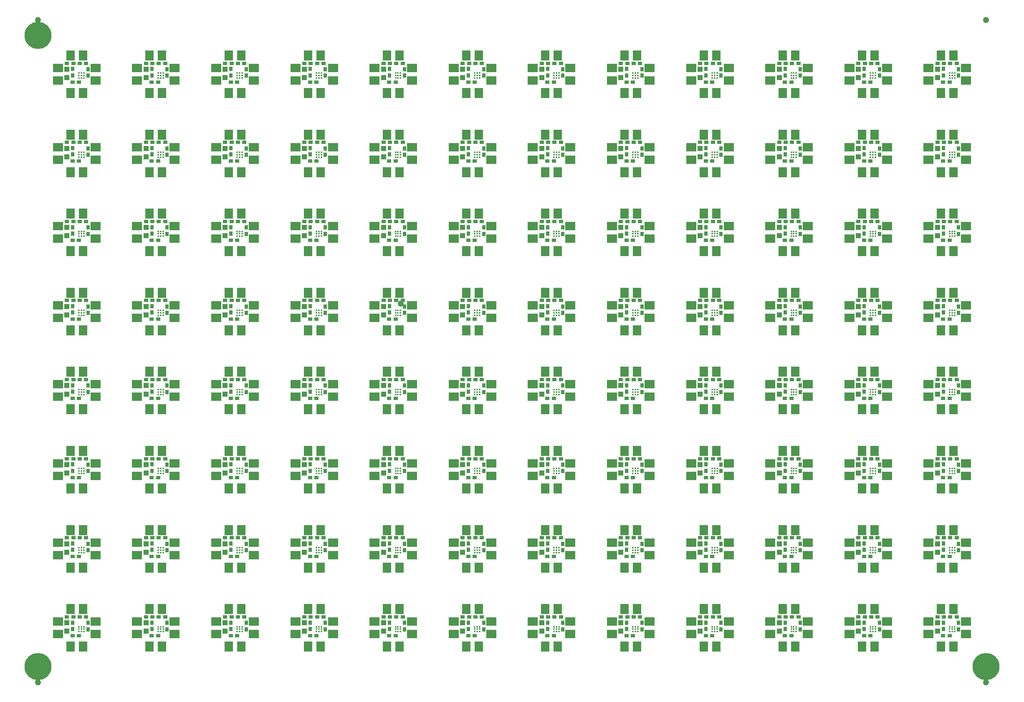
<source format=gts>
G04 DipTrace 2.4.0.2*
%INDRV2605panel2.gts*%
%MOIN*%
%ADD27C,0.0138*%
%ADD29C,0.2165*%
%ADD32C,0.0492*%
%ADD37R,0.0685X0.0816*%
%ADD39R,0.0816X0.0685*%
%ADD40R,0.0409X0.0449*%
%ADD41R,0.037X0.0291*%
%ADD42R,0.0291X0.037*%
%FSLAX44Y44*%
G04*
G70*
G90*
G75*
G01*
%LNTopMask*%
%LPD*%
D42*
X5274Y6017D3*
Y5506D3*
D41*
X5779Y4973D3*
X5267D3*
D42*
X6488Y5481D3*
Y5993D3*
D40*
X4813D3*
Y5324D3*
D39*
X7097Y5097D3*
Y6097D3*
D37*
X6097Y7097D3*
X5097D3*
X6097Y4097D3*
X5097D3*
D39*
X4097Y5097D3*
Y6097D3*
D41*
X4811Y6473D3*
X5323D3*
X6343Y6478D3*
X5831D3*
D27*
X6168Y5289D3*
X5971D3*
X5775D3*
X6168Y5486D3*
X5971D3*
X5775D3*
X6168Y5683D3*
X5971D3*
X5775D3*
D29*
X2500Y2500D3*
X78210D3*
D32*
Y1250D3*
X31478Y31491D3*
X2500Y1250D3*
X78210Y54180D3*
D29*
X2500Y52930D3*
D32*
Y54180D3*
D42*
X11594Y6017D3*
Y5506D3*
D41*
X12099Y4973D3*
X11587D3*
D42*
X12808Y5481D3*
Y5993D3*
D40*
X11133D3*
Y5324D3*
D39*
X13417Y5097D3*
Y6097D3*
D37*
X12417Y7097D3*
X11417D3*
X12417Y4097D3*
X11417D3*
D39*
X10417Y5097D3*
Y6097D3*
D41*
X11131Y6473D3*
X11643D3*
X12663Y6478D3*
X12151D3*
D27*
X12488Y5289D3*
X12291D3*
X12095D3*
X12488Y5486D3*
X12291D3*
X12095D3*
X12488Y5683D3*
X12291D3*
X12095D3*
D42*
X17914Y6017D3*
Y5506D3*
D41*
X18419Y4973D3*
X17907D3*
D42*
X19128Y5481D3*
Y5993D3*
D40*
X17453D3*
Y5324D3*
D39*
X19737Y5097D3*
Y6097D3*
D37*
X18737Y7097D3*
X17737D3*
X18737Y4097D3*
X17737D3*
D39*
X16737Y5097D3*
Y6097D3*
D41*
X17451Y6473D3*
X17963D3*
X18983Y6478D3*
X18471D3*
D27*
X18808Y5289D3*
X18611D3*
X18415D3*
X18808Y5486D3*
X18611D3*
X18415D3*
X18808Y5683D3*
X18611D3*
X18415D3*
D42*
X24234Y6017D3*
Y5506D3*
D41*
X24739Y4973D3*
X24227D3*
D42*
X25448Y5481D3*
Y5993D3*
D40*
X23773D3*
Y5324D3*
D39*
X26057Y5097D3*
Y6097D3*
D37*
X25057Y7097D3*
X24057D3*
X25057Y4097D3*
X24057D3*
D39*
X23057Y5097D3*
Y6097D3*
D41*
X23771Y6473D3*
X24283D3*
X25303Y6478D3*
X24791D3*
D27*
X25128Y5289D3*
X24931D3*
X24735D3*
X25128Y5486D3*
X24931D3*
X24735D3*
X25128Y5683D3*
X24931D3*
X24735D3*
D42*
X30554Y6017D3*
Y5506D3*
D41*
X31059Y4973D3*
X30547D3*
D42*
X31768Y5481D3*
Y5993D3*
D40*
X30093D3*
Y5324D3*
D39*
X32377Y5097D3*
Y6097D3*
D37*
X31377Y7097D3*
X30377D3*
X31377Y4097D3*
X30377D3*
D39*
X29377Y5097D3*
Y6097D3*
D41*
X30091Y6473D3*
X30603D3*
X31623Y6478D3*
X31111D3*
D27*
X31448Y5289D3*
X31251D3*
X31055D3*
X31448Y5486D3*
X31251D3*
X31055D3*
X31448Y5683D3*
X31251D3*
X31055D3*
D42*
X36874Y6017D3*
Y5506D3*
D41*
X37379Y4973D3*
X36867D3*
D42*
X38088Y5481D3*
Y5993D3*
D40*
X36413D3*
Y5324D3*
D39*
X38697Y5097D3*
Y6097D3*
D37*
X37697Y7097D3*
X36697D3*
X37697Y4097D3*
X36697D3*
D39*
X35697Y5097D3*
Y6097D3*
D41*
X36411Y6473D3*
X36923D3*
X37943Y6478D3*
X37431D3*
D27*
X37768Y5289D3*
X37571D3*
X37375D3*
X37768Y5486D3*
X37571D3*
X37375D3*
X37768Y5683D3*
X37571D3*
X37375D3*
D42*
X43194Y6017D3*
Y5506D3*
D41*
X43699Y4973D3*
X43187D3*
D42*
X44408Y5481D3*
Y5993D3*
D40*
X42733D3*
Y5324D3*
D39*
X45017Y5097D3*
Y6097D3*
D37*
X44017Y7097D3*
X43017D3*
X44017Y4097D3*
X43017D3*
D39*
X42017Y5097D3*
Y6097D3*
D41*
X42731Y6473D3*
X43243D3*
X44263Y6478D3*
X43751D3*
D27*
X44088Y5289D3*
X43891D3*
X43695D3*
X44088Y5486D3*
X43891D3*
X43695D3*
X44088Y5683D3*
X43891D3*
X43695D3*
D42*
X49514Y6017D3*
Y5506D3*
D41*
X50019Y4973D3*
X49507D3*
D42*
X50728Y5481D3*
Y5993D3*
D40*
X49053D3*
Y5324D3*
D39*
X51337Y5097D3*
Y6097D3*
D37*
X50337Y7097D3*
X49337D3*
X50337Y4097D3*
X49337D3*
D39*
X48337Y5097D3*
Y6097D3*
D41*
X49051Y6473D3*
X49563D3*
X50583Y6478D3*
X50071D3*
D27*
X50408Y5289D3*
X50211D3*
X50015D3*
X50408Y5486D3*
X50211D3*
X50015D3*
X50408Y5683D3*
X50211D3*
X50015D3*
D42*
X55834Y6017D3*
Y5506D3*
D41*
X56339Y4973D3*
X55827D3*
D42*
X57048Y5481D3*
Y5993D3*
D40*
X55373D3*
Y5324D3*
D39*
X57657Y5097D3*
Y6097D3*
D37*
X56657Y7097D3*
X55657D3*
X56657Y4097D3*
X55657D3*
D39*
X54657Y5097D3*
Y6097D3*
D41*
X55371Y6473D3*
X55883D3*
X56903Y6478D3*
X56391D3*
D27*
X56728Y5289D3*
X56531D3*
X56335D3*
X56728Y5486D3*
X56531D3*
X56335D3*
X56728Y5683D3*
X56531D3*
X56335D3*
D42*
X62154Y6017D3*
Y5506D3*
D41*
X62659Y4973D3*
X62147D3*
D42*
X63368Y5481D3*
Y5993D3*
D40*
X61693D3*
Y5324D3*
D39*
X63977Y5097D3*
Y6097D3*
D37*
X62977Y7097D3*
X61977D3*
X62977Y4097D3*
X61977D3*
D39*
X60977Y5097D3*
Y6097D3*
D41*
X61691Y6473D3*
X62203D3*
X63223Y6478D3*
X62711D3*
D27*
X63048Y5289D3*
X62851D3*
X62655D3*
X63048Y5486D3*
X62851D3*
X62655D3*
X63048Y5683D3*
X62851D3*
X62655D3*
D42*
X68474Y6017D3*
Y5506D3*
D41*
X68979Y4973D3*
X68467D3*
D42*
X69688Y5481D3*
Y5993D3*
D40*
X68013D3*
Y5324D3*
D39*
X70297Y5097D3*
Y6097D3*
D37*
X69297Y7097D3*
X68297D3*
X69297Y4097D3*
X68297D3*
D39*
X67297Y5097D3*
Y6097D3*
D41*
X68011Y6473D3*
X68523D3*
X69543Y6478D3*
X69031D3*
D27*
X69368Y5289D3*
X69171D3*
X68975D3*
X69368Y5486D3*
X69171D3*
X68975D3*
X69368Y5683D3*
X69171D3*
X68975D3*
D42*
X74794Y6017D3*
Y5506D3*
D41*
X75299Y4973D3*
X74787D3*
D42*
X76008Y5481D3*
Y5993D3*
D40*
X74333D3*
Y5324D3*
D39*
X76617Y5097D3*
Y6097D3*
D37*
X75617Y7097D3*
X74617D3*
X75617Y4097D3*
X74617D3*
D39*
X73617Y5097D3*
Y6097D3*
D41*
X74331Y6473D3*
X74843D3*
X75863Y6478D3*
X75351D3*
D27*
X75688Y5289D3*
X75491D3*
X75295D3*
X75688Y5486D3*
X75491D3*
X75295D3*
X75688Y5683D3*
X75491D3*
X75295D3*
D42*
X5274Y12337D3*
Y11826D3*
D41*
X5779Y11293D3*
X5267D3*
D42*
X6488Y11801D3*
Y12313D3*
D40*
X4813D3*
Y11644D3*
D39*
X7097Y11417D3*
Y12417D3*
D37*
X6097Y13417D3*
X5097D3*
X6097Y10417D3*
X5097D3*
D39*
X4097Y11417D3*
Y12417D3*
D41*
X4811Y12793D3*
X5323D3*
X6343Y12798D3*
X5831D3*
D27*
X6168Y11609D3*
X5971D3*
X5775D3*
X6168Y11806D3*
X5971D3*
X5775D3*
X6168Y12003D3*
X5971D3*
X5775D3*
D42*
X11594Y12337D3*
Y11826D3*
D41*
X12099Y11293D3*
X11587D3*
D42*
X12808Y11801D3*
Y12313D3*
D40*
X11133D3*
Y11644D3*
D39*
X13417Y11417D3*
Y12417D3*
D37*
X12417Y13417D3*
X11417D3*
X12417Y10417D3*
X11417D3*
D39*
X10417Y11417D3*
Y12417D3*
D41*
X11131Y12793D3*
X11643D3*
X12663Y12798D3*
X12151D3*
D27*
X12488Y11609D3*
X12291D3*
X12095D3*
X12488Y11806D3*
X12291D3*
X12095D3*
X12488Y12003D3*
X12291D3*
X12095D3*
D42*
X17914Y12337D3*
Y11826D3*
D41*
X18419Y11293D3*
X17907D3*
D42*
X19128Y11801D3*
Y12313D3*
D40*
X17453D3*
Y11644D3*
D39*
X19737Y11417D3*
Y12417D3*
D37*
X18737Y13417D3*
X17737D3*
X18737Y10417D3*
X17737D3*
D39*
X16737Y11417D3*
Y12417D3*
D41*
X17451Y12793D3*
X17963D3*
X18983Y12798D3*
X18471D3*
D27*
X18808Y11609D3*
X18611D3*
X18415D3*
X18808Y11806D3*
X18611D3*
X18415D3*
X18808Y12003D3*
X18611D3*
X18415D3*
D42*
X24234Y12337D3*
Y11826D3*
D41*
X24739Y11293D3*
X24227D3*
D42*
X25448Y11801D3*
Y12313D3*
D40*
X23773D3*
Y11644D3*
D39*
X26057Y11417D3*
Y12417D3*
D37*
X25057Y13417D3*
X24057D3*
X25057Y10417D3*
X24057D3*
D39*
X23057Y11417D3*
Y12417D3*
D41*
X23771Y12793D3*
X24283D3*
X25303Y12798D3*
X24791D3*
D27*
X25128Y11609D3*
X24931D3*
X24735D3*
X25128Y11806D3*
X24931D3*
X24735D3*
X25128Y12003D3*
X24931D3*
X24735D3*
D42*
X30554Y12337D3*
Y11826D3*
D41*
X31059Y11293D3*
X30547D3*
D42*
X31768Y11801D3*
Y12313D3*
D40*
X30093D3*
Y11644D3*
D39*
X32377Y11417D3*
Y12417D3*
D37*
X31377Y13417D3*
X30377D3*
X31377Y10417D3*
X30377D3*
D39*
X29377Y11417D3*
Y12417D3*
D41*
X30091Y12793D3*
X30603D3*
X31623Y12798D3*
X31111D3*
D27*
X31448Y11609D3*
X31251D3*
X31055D3*
X31448Y11806D3*
X31251D3*
X31055D3*
X31448Y12003D3*
X31251D3*
X31055D3*
D42*
X36874Y12337D3*
Y11826D3*
D41*
X37379Y11293D3*
X36867D3*
D42*
X38088Y11801D3*
Y12313D3*
D40*
X36413D3*
Y11644D3*
D39*
X38697Y11417D3*
Y12417D3*
D37*
X37697Y13417D3*
X36697D3*
X37697Y10417D3*
X36697D3*
D39*
X35697Y11417D3*
Y12417D3*
D41*
X36411Y12793D3*
X36923D3*
X37943Y12798D3*
X37431D3*
D27*
X37768Y11609D3*
X37571D3*
X37375D3*
X37768Y11806D3*
X37571D3*
X37375D3*
X37768Y12003D3*
X37571D3*
X37375D3*
D42*
X43194Y12337D3*
Y11826D3*
D41*
X43699Y11293D3*
X43187D3*
D42*
X44408Y11801D3*
Y12313D3*
D40*
X42733D3*
Y11644D3*
D39*
X45017Y11417D3*
Y12417D3*
D37*
X44017Y13417D3*
X43017D3*
X44017Y10417D3*
X43017D3*
D39*
X42017Y11417D3*
Y12417D3*
D41*
X42731Y12793D3*
X43243D3*
X44263Y12798D3*
X43751D3*
D27*
X44088Y11609D3*
X43891D3*
X43695D3*
X44088Y11806D3*
X43891D3*
X43695D3*
X44088Y12003D3*
X43891D3*
X43695D3*
D42*
X49514Y12337D3*
Y11826D3*
D41*
X50019Y11293D3*
X49507D3*
D42*
X50728Y11801D3*
Y12313D3*
D40*
X49053D3*
Y11644D3*
D39*
X51337Y11417D3*
Y12417D3*
D37*
X50337Y13417D3*
X49337D3*
X50337Y10417D3*
X49337D3*
D39*
X48337Y11417D3*
Y12417D3*
D41*
X49051Y12793D3*
X49563D3*
X50583Y12798D3*
X50071D3*
D27*
X50408Y11609D3*
X50211D3*
X50015D3*
X50408Y11806D3*
X50211D3*
X50015D3*
X50408Y12003D3*
X50211D3*
X50015D3*
D42*
X55834Y12337D3*
Y11826D3*
D41*
X56339Y11293D3*
X55827D3*
D42*
X57048Y11801D3*
Y12313D3*
D40*
X55373D3*
Y11644D3*
D39*
X57657Y11417D3*
Y12417D3*
D37*
X56657Y13417D3*
X55657D3*
X56657Y10417D3*
X55657D3*
D39*
X54657Y11417D3*
Y12417D3*
D41*
X55371Y12793D3*
X55883D3*
X56903Y12798D3*
X56391D3*
D27*
X56728Y11609D3*
X56531D3*
X56335D3*
X56728Y11806D3*
X56531D3*
X56335D3*
X56728Y12003D3*
X56531D3*
X56335D3*
D42*
X62154Y12337D3*
Y11826D3*
D41*
X62659Y11293D3*
X62147D3*
D42*
X63368Y11801D3*
Y12313D3*
D40*
X61693D3*
Y11644D3*
D39*
X63977Y11417D3*
Y12417D3*
D37*
X62977Y13417D3*
X61977D3*
X62977Y10417D3*
X61977D3*
D39*
X60977Y11417D3*
Y12417D3*
D41*
X61691Y12793D3*
X62203D3*
X63223Y12798D3*
X62711D3*
D27*
X63048Y11609D3*
X62851D3*
X62655D3*
X63048Y11806D3*
X62851D3*
X62655D3*
X63048Y12003D3*
X62851D3*
X62655D3*
D42*
X68474Y12337D3*
Y11826D3*
D41*
X68979Y11293D3*
X68467D3*
D42*
X69688Y11801D3*
Y12313D3*
D40*
X68013D3*
Y11644D3*
D39*
X70297Y11417D3*
Y12417D3*
D37*
X69297Y13417D3*
X68297D3*
X69297Y10417D3*
X68297D3*
D39*
X67297Y11417D3*
Y12417D3*
D41*
X68011Y12793D3*
X68523D3*
X69543Y12798D3*
X69031D3*
D27*
X69368Y11609D3*
X69171D3*
X68975D3*
X69368Y11806D3*
X69171D3*
X68975D3*
X69368Y12003D3*
X69171D3*
X68975D3*
D42*
X74794Y12337D3*
Y11826D3*
D41*
X75299Y11293D3*
X74787D3*
D42*
X76008Y11801D3*
Y12313D3*
D40*
X74333D3*
Y11644D3*
D39*
X76617Y11417D3*
Y12417D3*
D37*
X75617Y13417D3*
X74617D3*
X75617Y10417D3*
X74617D3*
D39*
X73617Y11417D3*
Y12417D3*
D41*
X74331Y12793D3*
X74843D3*
X75863Y12798D3*
X75351D3*
D27*
X75688Y11609D3*
X75491D3*
X75295D3*
X75688Y11806D3*
X75491D3*
X75295D3*
X75688Y12003D3*
X75491D3*
X75295D3*
D42*
X5274Y18657D3*
Y18146D3*
D41*
X5779Y17613D3*
X5267D3*
D42*
X6488Y18121D3*
Y18633D3*
D40*
X4813D3*
Y17964D3*
D39*
X7097Y17737D3*
Y18737D3*
D37*
X6097Y19737D3*
X5097D3*
X6097Y16737D3*
X5097D3*
D39*
X4097Y17737D3*
Y18737D3*
D41*
X4811Y19113D3*
X5323D3*
X6343Y19118D3*
X5831D3*
D27*
X6168Y17929D3*
X5971D3*
X5775D3*
X6168Y18126D3*
X5971D3*
X5775D3*
X6168Y18323D3*
X5971D3*
X5775D3*
D42*
X11594Y18657D3*
Y18146D3*
D41*
X12099Y17613D3*
X11587D3*
D42*
X12808Y18121D3*
Y18633D3*
D40*
X11133D3*
Y17964D3*
D39*
X13417Y17737D3*
Y18737D3*
D37*
X12417Y19737D3*
X11417D3*
X12417Y16737D3*
X11417D3*
D39*
X10417Y17737D3*
Y18737D3*
D41*
X11131Y19113D3*
X11643D3*
X12663Y19118D3*
X12151D3*
D27*
X12488Y17929D3*
X12291D3*
X12095D3*
X12488Y18126D3*
X12291D3*
X12095D3*
X12488Y18323D3*
X12291D3*
X12095D3*
D42*
X17914Y18657D3*
Y18146D3*
D41*
X18419Y17613D3*
X17907D3*
D42*
X19128Y18121D3*
Y18633D3*
D40*
X17453D3*
Y17964D3*
D39*
X19737Y17737D3*
Y18737D3*
D37*
X18737Y19737D3*
X17737D3*
X18737Y16737D3*
X17737D3*
D39*
X16737Y17737D3*
Y18737D3*
D41*
X17451Y19113D3*
X17963D3*
X18983Y19118D3*
X18471D3*
D27*
X18808Y17929D3*
X18611D3*
X18415D3*
X18808Y18126D3*
X18611D3*
X18415D3*
X18808Y18323D3*
X18611D3*
X18415D3*
D42*
X24234Y18657D3*
Y18146D3*
D41*
X24739Y17613D3*
X24227D3*
D42*
X25448Y18121D3*
Y18633D3*
D40*
X23773D3*
Y17964D3*
D39*
X26057Y17737D3*
Y18737D3*
D37*
X25057Y19737D3*
X24057D3*
X25057Y16737D3*
X24057D3*
D39*
X23057Y17737D3*
Y18737D3*
D41*
X23771Y19113D3*
X24283D3*
X25303Y19118D3*
X24791D3*
D27*
X25128Y17929D3*
X24931D3*
X24735D3*
X25128Y18126D3*
X24931D3*
X24735D3*
X25128Y18323D3*
X24931D3*
X24735D3*
D42*
X30554Y18657D3*
Y18146D3*
D41*
X31059Y17613D3*
X30547D3*
D42*
X31768Y18121D3*
Y18633D3*
D40*
X30093D3*
Y17964D3*
D39*
X32377Y17737D3*
Y18737D3*
D37*
X31377Y19737D3*
X30377D3*
X31377Y16737D3*
X30377D3*
D39*
X29377Y17737D3*
Y18737D3*
D41*
X30091Y19113D3*
X30603D3*
X31623Y19118D3*
X31111D3*
D27*
X31448Y17929D3*
X31251D3*
X31055D3*
X31448Y18126D3*
X31251D3*
X31055D3*
X31448Y18323D3*
X31251D3*
X31055D3*
D42*
X36874Y18657D3*
Y18146D3*
D41*
X37379Y17613D3*
X36867D3*
D42*
X38088Y18121D3*
Y18633D3*
D40*
X36413D3*
Y17964D3*
D39*
X38697Y17737D3*
Y18737D3*
D37*
X37697Y19737D3*
X36697D3*
X37697Y16737D3*
X36697D3*
D39*
X35697Y17737D3*
Y18737D3*
D41*
X36411Y19113D3*
X36923D3*
X37943Y19118D3*
X37431D3*
D27*
X37768Y17929D3*
X37571D3*
X37375D3*
X37768Y18126D3*
X37571D3*
X37375D3*
X37768Y18323D3*
X37571D3*
X37375D3*
D42*
X43194Y18657D3*
Y18146D3*
D41*
X43699Y17613D3*
X43187D3*
D42*
X44408Y18121D3*
Y18633D3*
D40*
X42733D3*
Y17964D3*
D39*
X45017Y17737D3*
Y18737D3*
D37*
X44017Y19737D3*
X43017D3*
X44017Y16737D3*
X43017D3*
D39*
X42017Y17737D3*
Y18737D3*
D41*
X42731Y19113D3*
X43243D3*
X44263Y19118D3*
X43751D3*
D27*
X44088Y17929D3*
X43891D3*
X43695D3*
X44088Y18126D3*
X43891D3*
X43695D3*
X44088Y18323D3*
X43891D3*
X43695D3*
D42*
X49514Y18657D3*
Y18146D3*
D41*
X50019Y17613D3*
X49507D3*
D42*
X50728Y18121D3*
Y18633D3*
D40*
X49053D3*
Y17964D3*
D39*
X51337Y17737D3*
Y18737D3*
D37*
X50337Y19737D3*
X49337D3*
X50337Y16737D3*
X49337D3*
D39*
X48337Y17737D3*
Y18737D3*
D41*
X49051Y19113D3*
X49563D3*
X50583Y19118D3*
X50071D3*
D27*
X50408Y17929D3*
X50211D3*
X50015D3*
X50408Y18126D3*
X50211D3*
X50015D3*
X50408Y18323D3*
X50211D3*
X50015D3*
D42*
X55834Y18657D3*
Y18146D3*
D41*
X56339Y17613D3*
X55827D3*
D42*
X57048Y18121D3*
Y18633D3*
D40*
X55373D3*
Y17964D3*
D39*
X57657Y17737D3*
Y18737D3*
D37*
X56657Y19737D3*
X55657D3*
X56657Y16737D3*
X55657D3*
D39*
X54657Y17737D3*
Y18737D3*
D41*
X55371Y19113D3*
X55883D3*
X56903Y19118D3*
X56391D3*
D27*
X56728Y17929D3*
X56531D3*
X56335D3*
X56728Y18126D3*
X56531D3*
X56335D3*
X56728Y18323D3*
X56531D3*
X56335D3*
D42*
X62154Y18657D3*
Y18146D3*
D41*
X62659Y17613D3*
X62147D3*
D42*
X63368Y18121D3*
Y18633D3*
D40*
X61693D3*
Y17964D3*
D39*
X63977Y17737D3*
Y18737D3*
D37*
X62977Y19737D3*
X61977D3*
X62977Y16737D3*
X61977D3*
D39*
X60977Y17737D3*
Y18737D3*
D41*
X61691Y19113D3*
X62203D3*
X63223Y19118D3*
X62711D3*
D27*
X63048Y17929D3*
X62851D3*
X62655D3*
X63048Y18126D3*
X62851D3*
X62655D3*
X63048Y18323D3*
X62851D3*
X62655D3*
D42*
X68474Y18657D3*
Y18146D3*
D41*
X68979Y17613D3*
X68467D3*
D42*
X69688Y18121D3*
Y18633D3*
D40*
X68013D3*
Y17964D3*
D39*
X70297Y17737D3*
Y18737D3*
D37*
X69297Y19737D3*
X68297D3*
X69297Y16737D3*
X68297D3*
D39*
X67297Y17737D3*
Y18737D3*
D41*
X68011Y19113D3*
X68523D3*
X69543Y19118D3*
X69031D3*
D27*
X69368Y17929D3*
X69171D3*
X68975D3*
X69368Y18126D3*
X69171D3*
X68975D3*
X69368Y18323D3*
X69171D3*
X68975D3*
D42*
X74794Y18657D3*
Y18146D3*
D41*
X75299Y17613D3*
X74787D3*
D42*
X76008Y18121D3*
Y18633D3*
D40*
X74333D3*
Y17964D3*
D39*
X76617Y17737D3*
Y18737D3*
D37*
X75617Y19737D3*
X74617D3*
X75617Y16737D3*
X74617D3*
D39*
X73617Y17737D3*
Y18737D3*
D41*
X74331Y19113D3*
X74843D3*
X75863Y19118D3*
X75351D3*
D27*
X75688Y17929D3*
X75491D3*
X75295D3*
X75688Y18126D3*
X75491D3*
X75295D3*
X75688Y18323D3*
X75491D3*
X75295D3*
D42*
X5274Y24977D3*
Y24466D3*
D41*
X5779Y23933D3*
X5267D3*
D42*
X6488Y24441D3*
Y24953D3*
D40*
X4813D3*
Y24284D3*
D39*
X7097Y24057D3*
Y25057D3*
D37*
X6097Y26057D3*
X5097D3*
X6097Y23057D3*
X5097D3*
D39*
X4097Y24057D3*
Y25057D3*
D41*
X4811Y25433D3*
X5323D3*
X6343Y25438D3*
X5831D3*
D27*
X6168Y24249D3*
X5971D3*
X5775D3*
X6168Y24446D3*
X5971D3*
X5775D3*
X6168Y24643D3*
X5971D3*
X5775D3*
D42*
X11594Y24977D3*
Y24466D3*
D41*
X12099Y23933D3*
X11587D3*
D42*
X12808Y24441D3*
Y24953D3*
D40*
X11133D3*
Y24284D3*
D39*
X13417Y24057D3*
Y25057D3*
D37*
X12417Y26057D3*
X11417D3*
X12417Y23057D3*
X11417D3*
D39*
X10417Y24057D3*
Y25057D3*
D41*
X11131Y25433D3*
X11643D3*
X12663Y25438D3*
X12151D3*
D27*
X12488Y24249D3*
X12291D3*
X12095D3*
X12488Y24446D3*
X12291D3*
X12095D3*
X12488Y24643D3*
X12291D3*
X12095D3*
D42*
X17914Y24977D3*
Y24466D3*
D41*
X18419Y23933D3*
X17907D3*
D42*
X19128Y24441D3*
Y24953D3*
D40*
X17453D3*
Y24284D3*
D39*
X19737Y24057D3*
Y25057D3*
D37*
X18737Y26057D3*
X17737D3*
X18737Y23057D3*
X17737D3*
D39*
X16737Y24057D3*
Y25057D3*
D41*
X17451Y25433D3*
X17963D3*
X18983Y25438D3*
X18471D3*
D27*
X18808Y24249D3*
X18611D3*
X18415D3*
X18808Y24446D3*
X18611D3*
X18415D3*
X18808Y24643D3*
X18611D3*
X18415D3*
D42*
X24234Y24977D3*
Y24466D3*
D41*
X24739Y23933D3*
X24227D3*
D42*
X25448Y24441D3*
Y24953D3*
D40*
X23773D3*
Y24284D3*
D39*
X26057Y24057D3*
Y25057D3*
D37*
X25057Y26057D3*
X24057D3*
X25057Y23057D3*
X24057D3*
D39*
X23057Y24057D3*
Y25057D3*
D41*
X23771Y25433D3*
X24283D3*
X25303Y25438D3*
X24791D3*
D27*
X25128Y24249D3*
X24931D3*
X24735D3*
X25128Y24446D3*
X24931D3*
X24735D3*
X25128Y24643D3*
X24931D3*
X24735D3*
D42*
X30554Y24977D3*
Y24466D3*
D41*
X31059Y23933D3*
X30547D3*
D42*
X31768Y24441D3*
Y24953D3*
D40*
X30093D3*
Y24284D3*
D39*
X32377Y24057D3*
Y25057D3*
D37*
X31377Y26057D3*
X30377D3*
X31377Y23057D3*
X30377D3*
D39*
X29377Y24057D3*
Y25057D3*
D41*
X30091Y25433D3*
X30603D3*
X31623Y25438D3*
X31111D3*
D27*
X31448Y24249D3*
X31251D3*
X31055D3*
X31448Y24446D3*
X31251D3*
X31055D3*
X31448Y24643D3*
X31251D3*
X31055D3*
D42*
X36874Y24977D3*
Y24466D3*
D41*
X37379Y23933D3*
X36867D3*
D42*
X38088Y24441D3*
Y24953D3*
D40*
X36413D3*
Y24284D3*
D39*
X38697Y24057D3*
Y25057D3*
D37*
X37697Y26057D3*
X36697D3*
X37697Y23057D3*
X36697D3*
D39*
X35697Y24057D3*
Y25057D3*
D41*
X36411Y25433D3*
X36923D3*
X37943Y25438D3*
X37431D3*
D27*
X37768Y24249D3*
X37571D3*
X37375D3*
X37768Y24446D3*
X37571D3*
X37375D3*
X37768Y24643D3*
X37571D3*
X37375D3*
D42*
X43194Y24977D3*
Y24466D3*
D41*
X43699Y23933D3*
X43187D3*
D42*
X44408Y24441D3*
Y24953D3*
D40*
X42733D3*
Y24284D3*
D39*
X45017Y24057D3*
Y25057D3*
D37*
X44017Y26057D3*
X43017D3*
X44017Y23057D3*
X43017D3*
D39*
X42017Y24057D3*
Y25057D3*
D41*
X42731Y25433D3*
X43243D3*
X44263Y25438D3*
X43751D3*
D27*
X44088Y24249D3*
X43891D3*
X43695D3*
X44088Y24446D3*
X43891D3*
X43695D3*
X44088Y24643D3*
X43891D3*
X43695D3*
D42*
X49514Y24977D3*
Y24466D3*
D41*
X50019Y23933D3*
X49507D3*
D42*
X50728Y24441D3*
Y24953D3*
D40*
X49053D3*
Y24284D3*
D39*
X51337Y24057D3*
Y25057D3*
D37*
X50337Y26057D3*
X49337D3*
X50337Y23057D3*
X49337D3*
D39*
X48337Y24057D3*
Y25057D3*
D41*
X49051Y25433D3*
X49563D3*
X50583Y25438D3*
X50071D3*
D27*
X50408Y24249D3*
X50211D3*
X50015D3*
X50408Y24446D3*
X50211D3*
X50015D3*
X50408Y24643D3*
X50211D3*
X50015D3*
D42*
X55834Y24977D3*
Y24466D3*
D41*
X56339Y23933D3*
X55827D3*
D42*
X57048Y24441D3*
Y24953D3*
D40*
X55373D3*
Y24284D3*
D39*
X57657Y24057D3*
Y25057D3*
D37*
X56657Y26057D3*
X55657D3*
X56657Y23057D3*
X55657D3*
D39*
X54657Y24057D3*
Y25057D3*
D41*
X55371Y25433D3*
X55883D3*
X56903Y25438D3*
X56391D3*
D27*
X56728Y24249D3*
X56531D3*
X56335D3*
X56728Y24446D3*
X56531D3*
X56335D3*
X56728Y24643D3*
X56531D3*
X56335D3*
D42*
X62154Y24977D3*
Y24466D3*
D41*
X62659Y23933D3*
X62147D3*
D42*
X63368Y24441D3*
Y24953D3*
D40*
X61693D3*
Y24284D3*
D39*
X63977Y24057D3*
Y25057D3*
D37*
X62977Y26057D3*
X61977D3*
X62977Y23057D3*
X61977D3*
D39*
X60977Y24057D3*
Y25057D3*
D41*
X61691Y25433D3*
X62203D3*
X63223Y25438D3*
X62711D3*
D27*
X63048Y24249D3*
X62851D3*
X62655D3*
X63048Y24446D3*
X62851D3*
X62655D3*
X63048Y24643D3*
X62851D3*
X62655D3*
D42*
X68474Y24977D3*
Y24466D3*
D41*
X68979Y23933D3*
X68467D3*
D42*
X69688Y24441D3*
Y24953D3*
D40*
X68013D3*
Y24284D3*
D39*
X70297Y24057D3*
Y25057D3*
D37*
X69297Y26057D3*
X68297D3*
X69297Y23057D3*
X68297D3*
D39*
X67297Y24057D3*
Y25057D3*
D41*
X68011Y25433D3*
X68523D3*
X69543Y25438D3*
X69031D3*
D27*
X69368Y24249D3*
X69171D3*
X68975D3*
X69368Y24446D3*
X69171D3*
X68975D3*
X69368Y24643D3*
X69171D3*
X68975D3*
D42*
X74794Y24977D3*
Y24466D3*
D41*
X75299Y23933D3*
X74787D3*
D42*
X76008Y24441D3*
Y24953D3*
D40*
X74333D3*
Y24284D3*
D39*
X76617Y24057D3*
Y25057D3*
D37*
X75617Y26057D3*
X74617D3*
X75617Y23057D3*
X74617D3*
D39*
X73617Y24057D3*
Y25057D3*
D41*
X74331Y25433D3*
X74843D3*
X75863Y25438D3*
X75351D3*
D27*
X75688Y24249D3*
X75491D3*
X75295D3*
X75688Y24446D3*
X75491D3*
X75295D3*
X75688Y24643D3*
X75491D3*
X75295D3*
D42*
X5274Y31297D3*
Y30786D3*
D41*
X5779Y30253D3*
X5267D3*
D42*
X6488Y30761D3*
Y31273D3*
D40*
X4813D3*
Y30604D3*
D39*
X7097Y30377D3*
Y31377D3*
D37*
X6097Y32377D3*
X5097D3*
X6097Y29377D3*
X5097D3*
D39*
X4097Y30377D3*
Y31377D3*
D41*
X4811Y31753D3*
X5323D3*
X6343Y31758D3*
X5831D3*
D27*
X6168Y30569D3*
X5971D3*
X5775D3*
X6168Y30766D3*
X5971D3*
X5775D3*
X6168Y30963D3*
X5971D3*
X5775D3*
D42*
X11594Y31297D3*
Y30786D3*
D41*
X12099Y30253D3*
X11587D3*
D42*
X12808Y30761D3*
Y31273D3*
D40*
X11133D3*
Y30604D3*
D39*
X13417Y30377D3*
Y31377D3*
D37*
X12417Y32377D3*
X11417D3*
X12417Y29377D3*
X11417D3*
D39*
X10417Y30377D3*
Y31377D3*
D41*
X11131Y31753D3*
X11643D3*
X12663Y31758D3*
X12151D3*
D27*
X12488Y30569D3*
X12291D3*
X12095D3*
X12488Y30766D3*
X12291D3*
X12095D3*
X12488Y30963D3*
X12291D3*
X12095D3*
D42*
X17914Y31297D3*
Y30786D3*
D41*
X18419Y30253D3*
X17907D3*
D42*
X19128Y30761D3*
Y31273D3*
D40*
X17453D3*
Y30604D3*
D39*
X19737Y30377D3*
Y31377D3*
D37*
X18737Y32377D3*
X17737D3*
X18737Y29377D3*
X17737D3*
D39*
X16737Y30377D3*
Y31377D3*
D41*
X17451Y31753D3*
X17963D3*
X18983Y31758D3*
X18471D3*
D27*
X18808Y30569D3*
X18611D3*
X18415D3*
X18808Y30766D3*
X18611D3*
X18415D3*
X18808Y30963D3*
X18611D3*
X18415D3*
D42*
X24234Y31297D3*
Y30786D3*
D41*
X24739Y30253D3*
X24227D3*
D42*
X25448Y30761D3*
Y31273D3*
D40*
X23773D3*
Y30604D3*
D39*
X26057Y30377D3*
Y31377D3*
D37*
X25057Y32377D3*
X24057D3*
X25057Y29377D3*
X24057D3*
D39*
X23057Y30377D3*
Y31377D3*
D41*
X23771Y31753D3*
X24283D3*
X25303Y31758D3*
X24791D3*
D27*
X25128Y30569D3*
X24931D3*
X24735D3*
X25128Y30766D3*
X24931D3*
X24735D3*
X25128Y30963D3*
X24931D3*
X24735D3*
D42*
X30554Y31297D3*
Y30786D3*
D41*
X31059Y30253D3*
X30547D3*
D42*
X31768Y30761D3*
Y31273D3*
D40*
X30093D3*
Y30604D3*
D39*
X32377Y30377D3*
Y31377D3*
D37*
X31377Y32377D3*
X30377D3*
X31377Y29377D3*
X30377D3*
D39*
X29377Y30377D3*
Y31377D3*
D41*
X30091Y31753D3*
X30603D3*
X31623Y31758D3*
X31111D3*
D27*
X31448Y30569D3*
X31251D3*
X31055D3*
X31448Y30766D3*
X31251D3*
X31055D3*
X31448Y30963D3*
X31251D3*
X31055D3*
D42*
X36874Y31297D3*
Y30786D3*
D41*
X37379Y30253D3*
X36867D3*
D42*
X38088Y30761D3*
Y31273D3*
D40*
X36413D3*
Y30604D3*
D39*
X38697Y30377D3*
Y31377D3*
D37*
X37697Y32377D3*
X36697D3*
X37697Y29377D3*
X36697D3*
D39*
X35697Y30377D3*
Y31377D3*
D41*
X36411Y31753D3*
X36923D3*
X37943Y31758D3*
X37431D3*
D27*
X37768Y30569D3*
X37571D3*
X37375D3*
X37768Y30766D3*
X37571D3*
X37375D3*
X37768Y30963D3*
X37571D3*
X37375D3*
D42*
X43194Y31297D3*
Y30786D3*
D41*
X43699Y30253D3*
X43187D3*
D42*
X44408Y30761D3*
Y31273D3*
D40*
X42733D3*
Y30604D3*
D39*
X45017Y30377D3*
Y31377D3*
D37*
X44017Y32377D3*
X43017D3*
X44017Y29377D3*
X43017D3*
D39*
X42017Y30377D3*
Y31377D3*
D41*
X42731Y31753D3*
X43243D3*
X44263Y31758D3*
X43751D3*
D27*
X44088Y30569D3*
X43891D3*
X43695D3*
X44088Y30766D3*
X43891D3*
X43695D3*
X44088Y30963D3*
X43891D3*
X43695D3*
D42*
X49514Y31297D3*
Y30786D3*
D41*
X50019Y30253D3*
X49507D3*
D42*
X50728Y30761D3*
Y31273D3*
D40*
X49053D3*
Y30604D3*
D39*
X51337Y30377D3*
Y31377D3*
D37*
X50337Y32377D3*
X49337D3*
X50337Y29377D3*
X49337D3*
D39*
X48337Y30377D3*
Y31377D3*
D41*
X49051Y31753D3*
X49563D3*
X50583Y31758D3*
X50071D3*
D27*
X50408Y30569D3*
X50211D3*
X50015D3*
X50408Y30766D3*
X50211D3*
X50015D3*
X50408Y30963D3*
X50211D3*
X50015D3*
D42*
X55834Y31297D3*
Y30786D3*
D41*
X56339Y30253D3*
X55827D3*
D42*
X57048Y30761D3*
Y31273D3*
D40*
X55373D3*
Y30604D3*
D39*
X57657Y30377D3*
Y31377D3*
D37*
X56657Y32377D3*
X55657D3*
X56657Y29377D3*
X55657D3*
D39*
X54657Y30377D3*
Y31377D3*
D41*
X55371Y31753D3*
X55883D3*
X56903Y31758D3*
X56391D3*
D27*
X56728Y30569D3*
X56531D3*
X56335D3*
X56728Y30766D3*
X56531D3*
X56335D3*
X56728Y30963D3*
X56531D3*
X56335D3*
D42*
X62154Y31297D3*
Y30786D3*
D41*
X62659Y30253D3*
X62147D3*
D42*
X63368Y30761D3*
Y31273D3*
D40*
X61693D3*
Y30604D3*
D39*
X63977Y30377D3*
Y31377D3*
D37*
X62977Y32377D3*
X61977D3*
X62977Y29377D3*
X61977D3*
D39*
X60977Y30377D3*
Y31377D3*
D41*
X61691Y31753D3*
X62203D3*
X63223Y31758D3*
X62711D3*
D27*
X63048Y30569D3*
X62851D3*
X62655D3*
X63048Y30766D3*
X62851D3*
X62655D3*
X63048Y30963D3*
X62851D3*
X62655D3*
D42*
X68474Y31297D3*
Y30786D3*
D41*
X68979Y30253D3*
X68467D3*
D42*
X69688Y30761D3*
Y31273D3*
D40*
X68013D3*
Y30604D3*
D39*
X70297Y30377D3*
Y31377D3*
D37*
X69297Y32377D3*
X68297D3*
X69297Y29377D3*
X68297D3*
D39*
X67297Y30377D3*
Y31377D3*
D41*
X68011Y31753D3*
X68523D3*
X69543Y31758D3*
X69031D3*
D27*
X69368Y30569D3*
X69171D3*
X68975D3*
X69368Y30766D3*
X69171D3*
X68975D3*
X69368Y30963D3*
X69171D3*
X68975D3*
D42*
X74794Y31297D3*
Y30786D3*
D41*
X75299Y30253D3*
X74787D3*
D42*
X76008Y30761D3*
Y31273D3*
D40*
X74333D3*
Y30604D3*
D39*
X76617Y30377D3*
Y31377D3*
D37*
X75617Y32377D3*
X74617D3*
X75617Y29377D3*
X74617D3*
D39*
X73617Y30377D3*
Y31377D3*
D41*
X74331Y31753D3*
X74843D3*
X75863Y31758D3*
X75351D3*
D27*
X75688Y30569D3*
X75491D3*
X75295D3*
X75688Y30766D3*
X75491D3*
X75295D3*
X75688Y30963D3*
X75491D3*
X75295D3*
D42*
X5274Y37617D3*
Y37106D3*
D41*
X5779Y36573D3*
X5267D3*
D42*
X6488Y37081D3*
Y37593D3*
D40*
X4813D3*
Y36924D3*
D39*
X7097Y36697D3*
Y37697D3*
D37*
X6097Y38697D3*
X5097D3*
X6097Y35697D3*
X5097D3*
D39*
X4097Y36697D3*
Y37697D3*
D41*
X4811Y38073D3*
X5323D3*
X6343Y38078D3*
X5831D3*
D27*
X6168Y36889D3*
X5971D3*
X5775D3*
X6168Y37086D3*
X5971D3*
X5775D3*
X6168Y37283D3*
X5971D3*
X5775D3*
D42*
X11594Y37617D3*
Y37106D3*
D41*
X12099Y36573D3*
X11587D3*
D42*
X12808Y37081D3*
Y37593D3*
D40*
X11133D3*
Y36924D3*
D39*
X13417Y36697D3*
Y37697D3*
D37*
X12417Y38697D3*
X11417D3*
X12417Y35697D3*
X11417D3*
D39*
X10417Y36697D3*
Y37697D3*
D41*
X11131Y38073D3*
X11643D3*
X12663Y38078D3*
X12151D3*
D27*
X12488Y36889D3*
X12291D3*
X12095D3*
X12488Y37086D3*
X12291D3*
X12095D3*
X12488Y37283D3*
X12291D3*
X12095D3*
D42*
X17914Y37617D3*
Y37106D3*
D41*
X18419Y36573D3*
X17907D3*
D42*
X19128Y37081D3*
Y37593D3*
D40*
X17453D3*
Y36924D3*
D39*
X19737Y36697D3*
Y37697D3*
D37*
X18737Y38697D3*
X17737D3*
X18737Y35697D3*
X17737D3*
D39*
X16737Y36697D3*
Y37697D3*
D41*
X17451Y38073D3*
X17963D3*
X18983Y38078D3*
X18471D3*
D27*
X18808Y36889D3*
X18611D3*
X18415D3*
X18808Y37086D3*
X18611D3*
X18415D3*
X18808Y37283D3*
X18611D3*
X18415D3*
D42*
X24234Y37617D3*
Y37106D3*
D41*
X24739Y36573D3*
X24227D3*
D42*
X25448Y37081D3*
Y37593D3*
D40*
X23773D3*
Y36924D3*
D39*
X26057Y36697D3*
Y37697D3*
D37*
X25057Y38697D3*
X24057D3*
X25057Y35697D3*
X24057D3*
D39*
X23057Y36697D3*
Y37697D3*
D41*
X23771Y38073D3*
X24283D3*
X25303Y38078D3*
X24791D3*
D27*
X25128Y36889D3*
X24931D3*
X24735D3*
X25128Y37086D3*
X24931D3*
X24735D3*
X25128Y37283D3*
X24931D3*
X24735D3*
D42*
X30554Y37617D3*
Y37106D3*
D41*
X31059Y36573D3*
X30547D3*
D42*
X31768Y37081D3*
Y37593D3*
D40*
X30093D3*
Y36924D3*
D39*
X32377Y36697D3*
Y37697D3*
D37*
X31377Y38697D3*
X30377D3*
X31377Y35697D3*
X30377D3*
D39*
X29377Y36697D3*
Y37697D3*
D41*
X30091Y38073D3*
X30603D3*
X31623Y38078D3*
X31111D3*
D27*
X31448Y36889D3*
X31251D3*
X31055D3*
X31448Y37086D3*
X31251D3*
X31055D3*
X31448Y37283D3*
X31251D3*
X31055D3*
D42*
X36874Y37617D3*
Y37106D3*
D41*
X37379Y36573D3*
X36867D3*
D42*
X38088Y37081D3*
Y37593D3*
D40*
X36413D3*
Y36924D3*
D39*
X38697Y36697D3*
Y37697D3*
D37*
X37697Y38697D3*
X36697D3*
X37697Y35697D3*
X36697D3*
D39*
X35697Y36697D3*
Y37697D3*
D41*
X36411Y38073D3*
X36923D3*
X37943Y38078D3*
X37431D3*
D27*
X37768Y36889D3*
X37571D3*
X37375D3*
X37768Y37086D3*
X37571D3*
X37375D3*
X37768Y37283D3*
X37571D3*
X37375D3*
D42*
X43194Y37617D3*
Y37106D3*
D41*
X43699Y36573D3*
X43187D3*
D42*
X44408Y37081D3*
Y37593D3*
D40*
X42733D3*
Y36924D3*
D39*
X45017Y36697D3*
Y37697D3*
D37*
X44017Y38697D3*
X43017D3*
X44017Y35697D3*
X43017D3*
D39*
X42017Y36697D3*
Y37697D3*
D41*
X42731Y38073D3*
X43243D3*
X44263Y38078D3*
X43751D3*
D27*
X44088Y36889D3*
X43891D3*
X43695D3*
X44088Y37086D3*
X43891D3*
X43695D3*
X44088Y37283D3*
X43891D3*
X43695D3*
D42*
X49514Y37617D3*
Y37106D3*
D41*
X50019Y36573D3*
X49507D3*
D42*
X50728Y37081D3*
Y37593D3*
D40*
X49053D3*
Y36924D3*
D39*
X51337Y36697D3*
Y37697D3*
D37*
X50337Y38697D3*
X49337D3*
X50337Y35697D3*
X49337D3*
D39*
X48337Y36697D3*
Y37697D3*
D41*
X49051Y38073D3*
X49563D3*
X50583Y38078D3*
X50071D3*
D27*
X50408Y36889D3*
X50211D3*
X50015D3*
X50408Y37086D3*
X50211D3*
X50015D3*
X50408Y37283D3*
X50211D3*
X50015D3*
D42*
X55834Y37617D3*
Y37106D3*
D41*
X56339Y36573D3*
X55827D3*
D42*
X57048Y37081D3*
Y37593D3*
D40*
X55373D3*
Y36924D3*
D39*
X57657Y36697D3*
Y37697D3*
D37*
X56657Y38697D3*
X55657D3*
X56657Y35697D3*
X55657D3*
D39*
X54657Y36697D3*
Y37697D3*
D41*
X55371Y38073D3*
X55883D3*
X56903Y38078D3*
X56391D3*
D27*
X56728Y36889D3*
X56531D3*
X56335D3*
X56728Y37086D3*
X56531D3*
X56335D3*
X56728Y37283D3*
X56531D3*
X56335D3*
D42*
X62154Y37617D3*
Y37106D3*
D41*
X62659Y36573D3*
X62147D3*
D42*
X63368Y37081D3*
Y37593D3*
D40*
X61693D3*
Y36924D3*
D39*
X63977Y36697D3*
Y37697D3*
D37*
X62977Y38697D3*
X61977D3*
X62977Y35697D3*
X61977D3*
D39*
X60977Y36697D3*
Y37697D3*
D41*
X61691Y38073D3*
X62203D3*
X63223Y38078D3*
X62711D3*
D27*
X63048Y36889D3*
X62851D3*
X62655D3*
X63048Y37086D3*
X62851D3*
X62655D3*
X63048Y37283D3*
X62851D3*
X62655D3*
D42*
X68474Y37617D3*
Y37106D3*
D41*
X68979Y36573D3*
X68467D3*
D42*
X69688Y37081D3*
Y37593D3*
D40*
X68013D3*
Y36924D3*
D39*
X70297Y36697D3*
Y37697D3*
D37*
X69297Y38697D3*
X68297D3*
X69297Y35697D3*
X68297D3*
D39*
X67297Y36697D3*
Y37697D3*
D41*
X68011Y38073D3*
X68523D3*
X69543Y38078D3*
X69031D3*
D27*
X69368Y36889D3*
X69171D3*
X68975D3*
X69368Y37086D3*
X69171D3*
X68975D3*
X69368Y37283D3*
X69171D3*
X68975D3*
D42*
X74794Y37617D3*
Y37106D3*
D41*
X75299Y36573D3*
X74787D3*
D42*
X76008Y37081D3*
Y37593D3*
D40*
X74333D3*
Y36924D3*
D39*
X76617Y36697D3*
Y37697D3*
D37*
X75617Y38697D3*
X74617D3*
X75617Y35697D3*
X74617D3*
D39*
X73617Y36697D3*
Y37697D3*
D41*
X74331Y38073D3*
X74843D3*
X75863Y38078D3*
X75351D3*
D27*
X75688Y36889D3*
X75491D3*
X75295D3*
X75688Y37086D3*
X75491D3*
X75295D3*
X75688Y37283D3*
X75491D3*
X75295D3*
D42*
X5274Y43937D3*
Y43426D3*
D41*
X5779Y42893D3*
X5267D3*
D42*
X6488Y43401D3*
Y43913D3*
D40*
X4813D3*
Y43244D3*
D39*
X7097Y43017D3*
Y44017D3*
D37*
X6097Y45017D3*
X5097D3*
X6097Y42017D3*
X5097D3*
D39*
X4097Y43017D3*
Y44017D3*
D41*
X4811Y44393D3*
X5323D3*
X6343Y44398D3*
X5831D3*
D27*
X6168Y43209D3*
X5971D3*
X5775D3*
X6168Y43406D3*
X5971D3*
X5775D3*
X6168Y43603D3*
X5971D3*
X5775D3*
D42*
X11594Y43937D3*
Y43426D3*
D41*
X12099Y42893D3*
X11587D3*
D42*
X12808Y43401D3*
Y43913D3*
D40*
X11133D3*
Y43244D3*
D39*
X13417Y43017D3*
Y44017D3*
D37*
X12417Y45017D3*
X11417D3*
X12417Y42017D3*
X11417D3*
D39*
X10417Y43017D3*
Y44017D3*
D41*
X11131Y44393D3*
X11643D3*
X12663Y44398D3*
X12151D3*
D27*
X12488Y43209D3*
X12291D3*
X12095D3*
X12488Y43406D3*
X12291D3*
X12095D3*
X12488Y43603D3*
X12291D3*
X12095D3*
D42*
X17914Y43937D3*
Y43426D3*
D41*
X18419Y42893D3*
X17907D3*
D42*
X19128Y43401D3*
Y43913D3*
D40*
X17453D3*
Y43244D3*
D39*
X19737Y43017D3*
Y44017D3*
D37*
X18737Y45017D3*
X17737D3*
X18737Y42017D3*
X17737D3*
D39*
X16737Y43017D3*
Y44017D3*
D41*
X17451Y44393D3*
X17963D3*
X18983Y44398D3*
X18471D3*
D27*
X18808Y43209D3*
X18611D3*
X18415D3*
X18808Y43406D3*
X18611D3*
X18415D3*
X18808Y43603D3*
X18611D3*
X18415D3*
D42*
X24234Y43937D3*
Y43426D3*
D41*
X24739Y42893D3*
X24227D3*
D42*
X25448Y43401D3*
Y43913D3*
D40*
X23773D3*
Y43244D3*
D39*
X26057Y43017D3*
Y44017D3*
D37*
X25057Y45017D3*
X24057D3*
X25057Y42017D3*
X24057D3*
D39*
X23057Y43017D3*
Y44017D3*
D41*
X23771Y44393D3*
X24283D3*
X25303Y44398D3*
X24791D3*
D27*
X25128Y43209D3*
X24931D3*
X24735D3*
X25128Y43406D3*
X24931D3*
X24735D3*
X25128Y43603D3*
X24931D3*
X24735D3*
D42*
X30554Y43937D3*
Y43426D3*
D41*
X31059Y42893D3*
X30547D3*
D42*
X31768Y43401D3*
Y43913D3*
D40*
X30093D3*
Y43244D3*
D39*
X32377Y43017D3*
Y44017D3*
D37*
X31377Y45017D3*
X30377D3*
X31377Y42017D3*
X30377D3*
D39*
X29377Y43017D3*
Y44017D3*
D41*
X30091Y44393D3*
X30603D3*
X31623Y44398D3*
X31111D3*
D27*
X31448Y43209D3*
X31251D3*
X31055D3*
X31448Y43406D3*
X31251D3*
X31055D3*
X31448Y43603D3*
X31251D3*
X31055D3*
D42*
X36874Y43937D3*
Y43426D3*
D41*
X37379Y42893D3*
X36867D3*
D42*
X38088Y43401D3*
Y43913D3*
D40*
X36413D3*
Y43244D3*
D39*
X38697Y43017D3*
Y44017D3*
D37*
X37697Y45017D3*
X36697D3*
X37697Y42017D3*
X36697D3*
D39*
X35697Y43017D3*
Y44017D3*
D41*
X36411Y44393D3*
X36923D3*
X37943Y44398D3*
X37431D3*
D27*
X37768Y43209D3*
X37571D3*
X37375D3*
X37768Y43406D3*
X37571D3*
X37375D3*
X37768Y43603D3*
X37571D3*
X37375D3*
D42*
X43194Y43937D3*
Y43426D3*
D41*
X43699Y42893D3*
X43187D3*
D42*
X44408Y43401D3*
Y43913D3*
D40*
X42733D3*
Y43244D3*
D39*
X45017Y43017D3*
Y44017D3*
D37*
X44017Y45017D3*
X43017D3*
X44017Y42017D3*
X43017D3*
D39*
X42017Y43017D3*
Y44017D3*
D41*
X42731Y44393D3*
X43243D3*
X44263Y44398D3*
X43751D3*
D27*
X44088Y43209D3*
X43891D3*
X43695D3*
X44088Y43406D3*
X43891D3*
X43695D3*
X44088Y43603D3*
X43891D3*
X43695D3*
D42*
X49514Y43937D3*
Y43426D3*
D41*
X50019Y42893D3*
X49507D3*
D42*
X50728Y43401D3*
Y43913D3*
D40*
X49053D3*
Y43244D3*
D39*
X51337Y43017D3*
Y44017D3*
D37*
X50337Y45017D3*
X49337D3*
X50337Y42017D3*
X49337D3*
D39*
X48337Y43017D3*
Y44017D3*
D41*
X49051Y44393D3*
X49563D3*
X50583Y44398D3*
X50071D3*
D27*
X50408Y43209D3*
X50211D3*
X50015D3*
X50408Y43406D3*
X50211D3*
X50015D3*
X50408Y43603D3*
X50211D3*
X50015D3*
D42*
X55834Y43937D3*
Y43426D3*
D41*
X56339Y42893D3*
X55827D3*
D42*
X57048Y43401D3*
Y43913D3*
D40*
X55373D3*
Y43244D3*
D39*
X57657Y43017D3*
Y44017D3*
D37*
X56657Y45017D3*
X55657D3*
X56657Y42017D3*
X55657D3*
D39*
X54657Y43017D3*
Y44017D3*
D41*
X55371Y44393D3*
X55883D3*
X56903Y44398D3*
X56391D3*
D27*
X56728Y43209D3*
X56531D3*
X56335D3*
X56728Y43406D3*
X56531D3*
X56335D3*
X56728Y43603D3*
X56531D3*
X56335D3*
D42*
X62154Y43937D3*
Y43426D3*
D41*
X62659Y42893D3*
X62147D3*
D42*
X63368Y43401D3*
Y43913D3*
D40*
X61693D3*
Y43244D3*
D39*
X63977Y43017D3*
Y44017D3*
D37*
X62977Y45017D3*
X61977D3*
X62977Y42017D3*
X61977D3*
D39*
X60977Y43017D3*
Y44017D3*
D41*
X61691Y44393D3*
X62203D3*
X63223Y44398D3*
X62711D3*
D27*
X63048Y43209D3*
X62851D3*
X62655D3*
X63048Y43406D3*
X62851D3*
X62655D3*
X63048Y43603D3*
X62851D3*
X62655D3*
D42*
X68474Y43937D3*
Y43426D3*
D41*
X68979Y42893D3*
X68467D3*
D42*
X69688Y43401D3*
Y43913D3*
D40*
X68013D3*
Y43244D3*
D39*
X70297Y43017D3*
Y44017D3*
D37*
X69297Y45017D3*
X68297D3*
X69297Y42017D3*
X68297D3*
D39*
X67297Y43017D3*
Y44017D3*
D41*
X68011Y44393D3*
X68523D3*
X69543Y44398D3*
X69031D3*
D27*
X69368Y43209D3*
X69171D3*
X68975D3*
X69368Y43406D3*
X69171D3*
X68975D3*
X69368Y43603D3*
X69171D3*
X68975D3*
D42*
X74794Y43937D3*
Y43426D3*
D41*
X75299Y42893D3*
X74787D3*
D42*
X76008Y43401D3*
Y43913D3*
D40*
X74333D3*
Y43244D3*
D39*
X76617Y43017D3*
Y44017D3*
D37*
X75617Y45017D3*
X74617D3*
X75617Y42017D3*
X74617D3*
D39*
X73617Y43017D3*
Y44017D3*
D41*
X74331Y44393D3*
X74843D3*
X75863Y44398D3*
X75351D3*
D27*
X75688Y43209D3*
X75491D3*
X75295D3*
X75688Y43406D3*
X75491D3*
X75295D3*
X75688Y43603D3*
X75491D3*
X75295D3*
D42*
X5274Y50257D3*
Y49746D3*
D41*
X5779Y49213D3*
X5267D3*
D42*
X6488Y49721D3*
Y50233D3*
D40*
X4813D3*
Y49564D3*
D39*
X7097Y49337D3*
Y50337D3*
D37*
X6097Y51337D3*
X5097D3*
X6097Y48337D3*
X5097D3*
D39*
X4097Y49337D3*
Y50337D3*
D41*
X4811Y50713D3*
X5323D3*
X6343Y50718D3*
X5831D3*
D27*
X6168Y49529D3*
X5971D3*
X5775D3*
X6168Y49726D3*
X5971D3*
X5775D3*
X6168Y49923D3*
X5971D3*
X5775D3*
D42*
X11594Y50257D3*
Y49746D3*
D41*
X12099Y49213D3*
X11587D3*
D42*
X12808Y49721D3*
Y50233D3*
D40*
X11133D3*
Y49564D3*
D39*
X13417Y49337D3*
Y50337D3*
D37*
X12417Y51337D3*
X11417D3*
X12417Y48337D3*
X11417D3*
D39*
X10417Y49337D3*
Y50337D3*
D41*
X11131Y50713D3*
X11643D3*
X12663Y50718D3*
X12151D3*
D27*
X12488Y49529D3*
X12291D3*
X12095D3*
X12488Y49726D3*
X12291D3*
X12095D3*
X12488Y49923D3*
X12291D3*
X12095D3*
D42*
X17914Y50257D3*
Y49746D3*
D41*
X18419Y49213D3*
X17907D3*
D42*
X19128Y49721D3*
Y50233D3*
D40*
X17453D3*
Y49564D3*
D39*
X19737Y49337D3*
Y50337D3*
D37*
X18737Y51337D3*
X17737D3*
X18737Y48337D3*
X17737D3*
D39*
X16737Y49337D3*
Y50337D3*
D41*
X17451Y50713D3*
X17963D3*
X18983Y50718D3*
X18471D3*
D27*
X18808Y49529D3*
X18611D3*
X18415D3*
X18808Y49726D3*
X18611D3*
X18415D3*
X18808Y49923D3*
X18611D3*
X18415D3*
D42*
X24234Y50257D3*
Y49746D3*
D41*
X24739Y49213D3*
X24227D3*
D42*
X25448Y49721D3*
Y50233D3*
D40*
X23773D3*
Y49564D3*
D39*
X26057Y49337D3*
Y50337D3*
D37*
X25057Y51337D3*
X24057D3*
X25057Y48337D3*
X24057D3*
D39*
X23057Y49337D3*
Y50337D3*
D41*
X23771Y50713D3*
X24283D3*
X25303Y50718D3*
X24791D3*
D27*
X25128Y49529D3*
X24931D3*
X24735D3*
X25128Y49726D3*
X24931D3*
X24735D3*
X25128Y49923D3*
X24931D3*
X24735D3*
D42*
X30554Y50257D3*
Y49746D3*
D41*
X31059Y49213D3*
X30547D3*
D42*
X31768Y49721D3*
Y50233D3*
D40*
X30093D3*
Y49564D3*
D39*
X32377Y49337D3*
Y50337D3*
D37*
X31377Y51337D3*
X30377D3*
X31377Y48337D3*
X30377D3*
D39*
X29377Y49337D3*
Y50337D3*
D41*
X30091Y50713D3*
X30603D3*
X31623Y50718D3*
X31111D3*
D27*
X31448Y49529D3*
X31251D3*
X31055D3*
X31448Y49726D3*
X31251D3*
X31055D3*
X31448Y49923D3*
X31251D3*
X31055D3*
D42*
X36874Y50257D3*
Y49746D3*
D41*
X37379Y49213D3*
X36867D3*
D42*
X38088Y49721D3*
Y50233D3*
D40*
X36413D3*
Y49564D3*
D39*
X38697Y49337D3*
Y50337D3*
D37*
X37697Y51337D3*
X36697D3*
X37697Y48337D3*
X36697D3*
D39*
X35697Y49337D3*
Y50337D3*
D41*
X36411Y50713D3*
X36923D3*
X37943Y50718D3*
X37431D3*
D27*
X37768Y49529D3*
X37571D3*
X37375D3*
X37768Y49726D3*
X37571D3*
X37375D3*
X37768Y49923D3*
X37571D3*
X37375D3*
D42*
X43194Y50257D3*
Y49746D3*
D41*
X43699Y49213D3*
X43187D3*
D42*
X44408Y49721D3*
Y50233D3*
D40*
X42733D3*
Y49564D3*
D39*
X45017Y49337D3*
Y50337D3*
D37*
X44017Y51337D3*
X43017D3*
X44017Y48337D3*
X43017D3*
D39*
X42017Y49337D3*
Y50337D3*
D41*
X42731Y50713D3*
X43243D3*
X44263Y50718D3*
X43751D3*
D27*
X44088Y49529D3*
X43891D3*
X43695D3*
X44088Y49726D3*
X43891D3*
X43695D3*
X44088Y49923D3*
X43891D3*
X43695D3*
D42*
X49514Y50257D3*
Y49746D3*
D41*
X50019Y49213D3*
X49507D3*
D42*
X50728Y49721D3*
Y50233D3*
D40*
X49053D3*
Y49564D3*
D39*
X51337Y49337D3*
Y50337D3*
D37*
X50337Y51337D3*
X49337D3*
X50337Y48337D3*
X49337D3*
D39*
X48337Y49337D3*
Y50337D3*
D41*
X49051Y50713D3*
X49563D3*
X50583Y50718D3*
X50071D3*
D27*
X50408Y49529D3*
X50211D3*
X50015D3*
X50408Y49726D3*
X50211D3*
X50015D3*
X50408Y49923D3*
X50211D3*
X50015D3*
D42*
X55834Y50257D3*
Y49746D3*
D41*
X56339Y49213D3*
X55827D3*
D42*
X57048Y49721D3*
Y50233D3*
D40*
X55373D3*
Y49564D3*
D39*
X57657Y49337D3*
Y50337D3*
D37*
X56657Y51337D3*
X55657D3*
X56657Y48337D3*
X55657D3*
D39*
X54657Y49337D3*
Y50337D3*
D41*
X55371Y50713D3*
X55883D3*
X56903Y50718D3*
X56391D3*
D27*
X56728Y49529D3*
X56531D3*
X56335D3*
X56728Y49726D3*
X56531D3*
X56335D3*
X56728Y49923D3*
X56531D3*
X56335D3*
D42*
X62154Y50257D3*
Y49746D3*
D41*
X62659Y49213D3*
X62147D3*
D42*
X63368Y49721D3*
Y50233D3*
D40*
X61693D3*
Y49564D3*
D39*
X63977Y49337D3*
Y50337D3*
D37*
X62977Y51337D3*
X61977D3*
X62977Y48337D3*
X61977D3*
D39*
X60977Y49337D3*
Y50337D3*
D41*
X61691Y50713D3*
X62203D3*
X63223Y50718D3*
X62711D3*
D27*
X63048Y49529D3*
X62851D3*
X62655D3*
X63048Y49726D3*
X62851D3*
X62655D3*
X63048Y49923D3*
X62851D3*
X62655D3*
D42*
X68474Y50257D3*
Y49746D3*
D41*
X68979Y49213D3*
X68467D3*
D42*
X69688Y49721D3*
Y50233D3*
D40*
X68013D3*
Y49564D3*
D39*
X70297Y49337D3*
Y50337D3*
D37*
X69297Y51337D3*
X68297D3*
X69297Y48337D3*
X68297D3*
D39*
X67297Y49337D3*
Y50337D3*
D41*
X68011Y50713D3*
X68523D3*
X69543Y50718D3*
X69031D3*
D27*
X69368Y49529D3*
X69171D3*
X68975D3*
X69368Y49726D3*
X69171D3*
X68975D3*
X69368Y49923D3*
X69171D3*
X68975D3*
D42*
X74794Y50257D3*
Y49746D3*
D41*
X75299Y49213D3*
X74787D3*
D42*
X76008Y49721D3*
Y50233D3*
D40*
X74333D3*
Y49564D3*
D39*
X76617Y49337D3*
Y50337D3*
D37*
X75617Y51337D3*
X74617D3*
X75617Y48337D3*
X74617D3*
D39*
X73617Y49337D3*
Y50337D3*
D41*
X74331Y50713D3*
X74843D3*
X75863Y50718D3*
X75351D3*
D27*
X75688Y49529D3*
X75491D3*
X75295D3*
X75688Y49726D3*
X75491D3*
X75295D3*
X75688Y49923D3*
X75491D3*
X75295D3*
M02*

</source>
